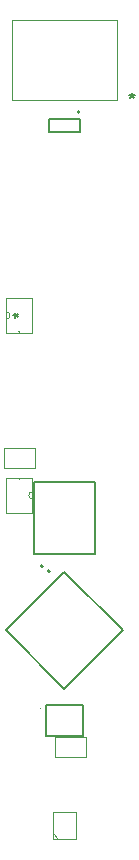
<source format=gbr>
G04 #@! TF.GenerationSoftware,KiCad,Pcbnew,(6.0.6)*
G04 #@! TF.CreationDate,2023-02-28T19:52:47-07:00*
G04 #@! TF.ProjectId,RP2040-Breadstick,52503230-3430-42d4-9272-656164737469,0.1*
G04 #@! TF.SameCoordinates,Original*
G04 #@! TF.FileFunction,AssemblyDrawing,Top*
%FSLAX46Y46*%
G04 Gerber Fmt 4.6, Leading zero omitted, Abs format (unit mm)*
G04 Created by KiCad (PCBNEW (6.0.6)) date 2023-02-28 19:52:47*
%MOMM*%
%LPD*%
G01*
G04 APERTURE LIST*
%ADD10C,0.150000*%
%ADD11C,0.100000*%
%ADD12C,0.127000*%
%ADD13C,0.200000*%
%ADD14C,0.120000*%
%ADD15C,0.140000*%
G04 APERTURE END LIST*
D10*
X92100001Y-23075580D02*
X92100001Y-23313676D01*
X91861905Y-23218438D02*
X92100001Y-23313676D01*
X92338096Y-23218438D01*
X91957143Y-23504152D02*
X92100001Y-23313676D01*
X92242858Y-23504152D01*
X82002380Y-41910000D02*
X82240476Y-41910000D01*
X82145238Y-42148095D02*
X82240476Y-41910000D01*
X82145238Y-41671904D01*
X82430952Y-42052857D02*
X82240476Y-41910000D01*
X82430952Y-41767142D01*
D11*
X81889600Y-23698200D02*
X90830400Y-23698200D01*
X86360000Y-23698200D02*
X86360000Y-23698200D01*
X90830400Y-16941800D02*
X81889600Y-16941800D01*
X86360000Y-23698200D02*
X86360000Y-23698200D01*
X86360000Y-23698200D02*
X86360000Y-23698200D01*
X90830400Y-23698200D02*
X90830400Y-16941800D01*
X86360000Y-23698200D02*
X86360000Y-23698200D01*
X81889600Y-16941800D02*
X81889600Y-23698200D01*
D12*
X83810000Y-56005000D02*
X88910000Y-56005000D01*
X83810000Y-62105000D02*
X88910000Y-62105000D01*
X83810000Y-62105000D02*
X83810000Y-56005000D01*
X88910000Y-62105000D02*
X88910000Y-56005000D01*
D13*
X84555000Y-63140000D02*
G75*
G03*
X84555000Y-63140000I-100000J0D01*
G01*
D11*
X83654900Y-58648600D02*
X83654900Y-55651400D01*
X81445100Y-58648600D02*
X83654900Y-58648600D01*
X81445100Y-55651400D02*
X81445100Y-58648600D01*
X83654900Y-55651400D02*
X81445100Y-55651400D01*
X83654900Y-56845200D02*
G75*
G03*
X83654900Y-57454800I0J-304800D01*
G01*
X82626200Y-55753000D02*
G75*
G03*
X82626200Y-55753000I-76200J0D01*
G01*
D14*
X81250000Y-53125000D02*
X83850000Y-53125000D01*
X81250000Y-54825000D02*
X81250000Y-53125000D01*
X83850000Y-54825000D02*
X81250000Y-54825000D01*
X83850000Y-53125000D02*
X83850000Y-54825000D01*
D11*
X83654900Y-43408600D02*
X83654900Y-40411400D01*
X81445100Y-40411400D02*
X81445100Y-43408600D01*
X83654900Y-40411400D02*
X81445100Y-40411400D01*
X81445100Y-43408600D02*
X83654900Y-43408600D01*
X81445100Y-42214800D02*
G75*
G03*
X81445100Y-41605200I0J304800D01*
G01*
X82626200Y-43307000D02*
G75*
G03*
X82626200Y-43307000I-76200J0D01*
G01*
D12*
X87910000Y-74900000D02*
X87910000Y-77500000D01*
X87910000Y-77500000D02*
X84810000Y-77500000D01*
X84810000Y-74900000D02*
X87910000Y-74900000D01*
X84810000Y-77500000D02*
X84810000Y-74900000D01*
D11*
X84310000Y-75200000D02*
G75*
G03*
X84310000Y-75200000I-50000J0D01*
G01*
D14*
X88168000Y-79336000D02*
X85568000Y-79336000D01*
X85568000Y-79336000D02*
X85568000Y-77636000D01*
X85568000Y-77636000D02*
X88168000Y-77636000D01*
X88168000Y-77636000D02*
X88168000Y-79336000D01*
D12*
X85060000Y-25256400D02*
X87660000Y-25256400D01*
X85060000Y-26356400D02*
X85060000Y-25256400D01*
X87660000Y-26356400D02*
X85060000Y-26356400D01*
X87660000Y-25256400D02*
X87660000Y-26356400D01*
D15*
X87630000Y-24706400D02*
G75*
G03*
X87630000Y-24706400I-70000J0D01*
G01*
D11*
X85360000Y-86240000D02*
X85360000Y-83940000D01*
X87360000Y-83940000D02*
X87360000Y-86240000D01*
X85860000Y-86240000D02*
X85360000Y-85740000D01*
X87360000Y-86240000D02*
X85360000Y-86240000D01*
X85360000Y-83940000D02*
X87360000Y-83940000D01*
D12*
X86360000Y-73529747D02*
X81410253Y-68580000D01*
X81410253Y-68580000D02*
X86360000Y-63630253D01*
X86360000Y-73529747D02*
X91309747Y-68580000D01*
X91309747Y-68580000D02*
X86360000Y-63630253D01*
D13*
X85134174Y-63577220D02*
G75*
G03*
X85134174Y-63577220I-99999J0D01*
G01*
M02*

</source>
